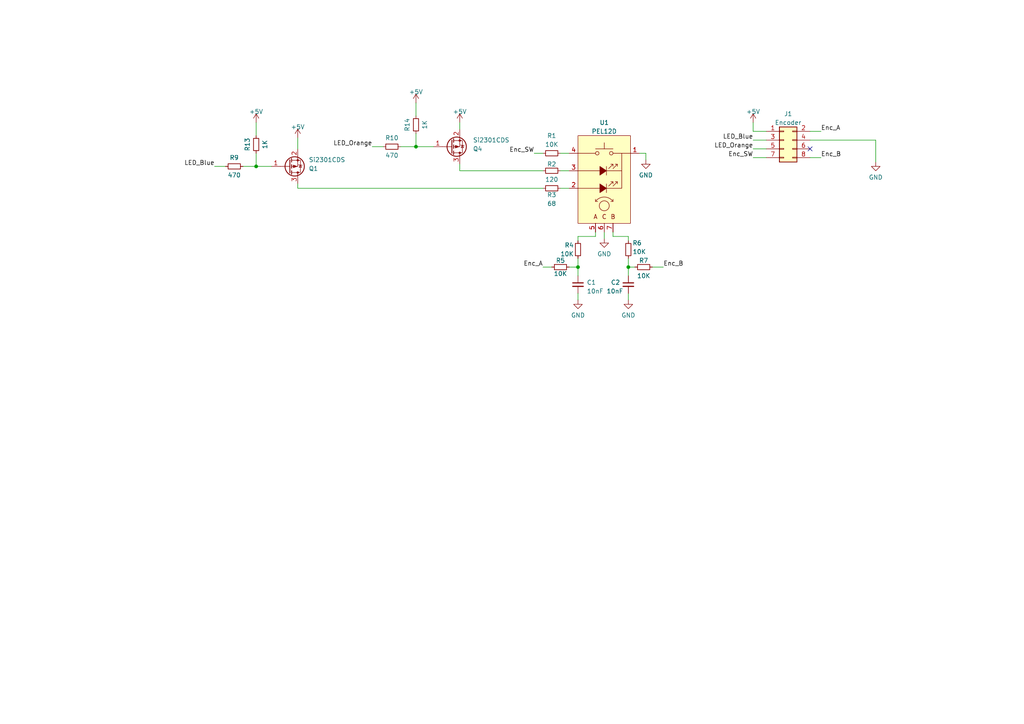
<source format=kicad_sch>
(kicad_sch (version 20230121) (generator eeschema)
  (paper "A4")
  (title_block (title "Solder Plate - Control Board") (rev "A") (comment 1 "TiZed"))
  (lib_symbols
    (symbol "Connector_Generic:Conn_02x04_Odd_Even" (pin_names (offset 1.016) hide)
      (property "Reference" "J" (at 1.27 5.08 0))
      (property "Value" "Conn_02x04_Odd_Even" (at 1.27 -7.62 0))
      (symbol "Conn_02x04_Odd_Even_1_1"
        (rectangle (start -1.27 -4.953) (end 0 -5.207) (stroke (width 0.1524)))
        (rectangle (start -1.27 -2.413) (end 0 -2.667) (stroke (width 0.1524)))
        (rectangle (start -1.27 0.127) (end 0 -0.127) (stroke (width 0.1524)))
        (rectangle (start -1.27 2.667) (end 0 2.413) (stroke (width 0.1524)))
        (rectangle (start -1.27 3.81) (end 3.81 -6.35) (stroke (width 0.254)) (fill (type background)))
        (rectangle (start 3.81 -4.953) (end 2.54 -5.207) (stroke (width 0.1524)))
        (rectangle (start 3.81 -2.413) (end 2.54 -2.667) (stroke (width 0.1524)))
        (rectangle (start 3.81 0.127) (end 2.54 -0.127) (stroke (width 0.1524)))
        (rectangle (start 3.81 2.667) (end 2.54 2.413) (stroke (width 0.1524)))
        (pin passive line (at -5.08 2.54 0) (length 3.81) (name "Pin_1") (number "1"))
        (pin passive line (at 7.62 2.54 180) (length 3.81) (name "Pin_2") (number "2"))
        (pin passive line (at -5.08 0 0) (length 3.81) (name "Pin_3") (number "3"))
        (pin passive line (at 7.62 0 180) (length 3.81) (name "Pin_4") (number "4"))
        (pin passive line (at -5.08 -2.54 0) (length 3.81) (name "Pin_5") (number "5"))
        (pin passive line (at 7.62 -2.54 180) (length 3.81) (name "Pin_6") (number "6"))
        (pin passive line (at -5.08 -5.08 0) (length 3.81) (name "Pin_7") (number "7"))
        (pin passive line (at 7.62 -5.08 180) (length 3.81) (name "Pin_8") (number "8"))
      )
    )
    (symbol "Device:C_Small" (pin_numbers hide) (pin_names (offset 0.254) hide)
      (property "Reference" "C" (at 0.254 1.778 0))
      (property "Value" "C_Small" (at 0.254 -2.032 0))
      (symbol "C_Small_0_1"
        (polyline (pts (xy -1.524 -0.508) (xy 1.524 -0.508)) (stroke (width 0.3302)))
        (polyline (pts (xy -1.524 0.508) (xy 1.524 0.508)) (stroke (width 0.3048)))
      )
      (symbol "C_Small_1_1"
        (pin passive line (at 0 2.54 270) (length 2.032) (name "~") (number "1"))
        (pin passive line (at 0 -2.54 90) (length 2.032) (name "~") (number "2"))
      )
    )
    (symbol "Device:R_Small" (pin_numbers hide) (pin_names (offset 0.254) hide)
      (property "Reference" "R" (at 0.762 0.508 0))
      (property "Value" "R_Small" (at 0.762 -1.016 0))
      (symbol "R_Small_0_1"
        (rectangle (start -0.762 1.778) (end 0.762 -1.778) (stroke (width 0.2032)))
      )
      (symbol "R_Small_1_1"
        (pin passive line (at 0 2.54 270) (length 0.762) (name "~") (number "1"))
        (pin passive line (at 0 -2.54 90) (length 0.762) (name "~") (number "2"))
      )
    )
    (symbol "Rotary_Encoder:PEL12D" (pin_names (offset 1.016) hide)
      (property "Reference" "U" (at -7.62 15.24 0))
      (property "Value" "PEL12D" (at 10.16 -15.24 0))
      (symbol "PEL12D_0_0"
        (polyline (pts (xy 0.635 -3.81) (xy 0.635 -1.27)))
        (polyline (pts (xy 0.635 1.27) (xy 0.635 3.81)))
        (polyline (pts (xy 2.54 -2.54) (xy -2.54 -2.54)))
        (polyline (pts (xy 2.54 -0.635) (xy 1.27 -1.905)))
        (polyline (pts (xy 2.54 2.54) (xy -2.54 2.54)))
        (polyline (pts (xy 2.54 4.445) (xy 1.27 3.175)))
        (polyline (pts (xy 3.81 -0.635) (xy 2.54 -1.905)))
        (polyline (pts (xy 3.81 4.445) (xy 2.54 3.175)))
        (polyline (pts (xy 2.54 -1.27) (xy 2.54 -0.635) (xy 1.905 -0.635)))
        (polyline (pts (xy 2.54 3.81) (xy 2.54 4.445) (xy 1.905 4.445)))
        (polyline (pts (xy 3.81 -1.27) (xy 3.81 -0.635) (xy 3.175 -0.635)))
        (polyline (pts (xy 3.81 3.81) (xy 3.81 4.445) (xy 3.175 4.445)))
        (polyline (pts (xy 0.635 -2.54) (xy -1.27 -3.81) (xy -1.27 -1.27) (xy 0.635 -2.54)) (fill (type outline)))
        (polyline (pts (xy 0.635 2.54) (xy -1.27 1.27) (xy -1.27 3.81) (xy 0.635 2.54)) (fill (type outline)))
      )
      (symbol "PEL12D_0_1"
        (rectangle (start -7.62 12.7) (end 7.62 -12.7) (fill (type background)))
        (circle (center -2.032 7.62) (radius 0.508))
        (circle (center 0 -7.62) (radius 1.448))
        (polyline (pts (xy -7.62 -2.54) (xy -2.54 -2.54)))
        (polyline (pts (xy -7.62 2.54) (xy -2.54 2.54)))
        (polyline (pts (xy -7.62 7.62) (xy -2.54 7.62)))
        (polyline (pts (xy 0 8.89) (xy 0 10.668)))
        (polyline (pts (xy 2.54 8.89) (xy -2.54 8.89)))
        (polyline (pts (xy 5.08 7.62) (xy 7.62 7.62)))
        (polyline (pts (xy -2.54 -5.715) (xy -2.54 -6.35) (xy -1.905 -6.35)))
        (polyline (pts (xy 2.54 -5.715) (xy 2.54 -6.35) (xy 1.905 -6.35)))
        (polyline (pts (xy 5.08 2.54) (xy 5.08 7.62) (xy 2.54 7.62)))
        (polyline (pts (xy 2.54 2.54) (xy 5.08 2.54) (xy 5.08 -2.54) (xy 2.54 -2.54)))
        (circle (center 2.032 7.62) (radius 0.508))
        (arc (start 2.54 -6.35) (mid 0 -5.0767) (end -2.54 -6.35))
        (text "A" (at -2.54 -10.795 0) (effects (font (size 1.27 1.27))))
        (text "B" (at 2.54 -10.795 0) (effects (font (size 1.27 1.27))))
        (text "C" (at 0 -10.795 0) (effects (font (size 1.27 1.27))))
        (pin passive line (at 10.16 7.62 180) (length 2.54) (name "COM") (number "1"))
        (pin passive line (at -10.16 -2.54 0) (length 2.54) (name "A1") (number "2"))
        (pin passive line (at -10.16 2.54 0) (length 2.54) (name "A2") (number "3"))
        (pin passive line (at -10.16 7.62 0) (length 2.54) (name "SW") (number "4"))
      )
      (symbol "PEL12D_1_1"
        (pin passive line (at -2.54 -15.24 90) (length 2.54) (name "A") (number "5"))
        (pin passive line (at 0 -15.24 90) (length 2.54) (name "C") (number "6"))
        (pin passive line (at 2.54 -15.24 90) (length 2.54) (name "B") (number "7"))
      )
    )
    (symbol "Transistor_FET:TSM2301ACX" (pin_names hide)
      (property "Reference" "Q" (at 5.08 1.905 0))
      (property "Value" "TSM2301ACX" (at 5.08 0 0))
      (symbol "TSM2301ACX_0_1"
        (polyline (pts (xy 0.254 0) (xy -2.54 0)))
        (polyline (pts (xy 0.254 1.905) (xy 0.254 -1.905)) (stroke (width 0.254)))
        (polyline (pts (xy 0.762 -1.27) (xy 0.762 -2.286)) (stroke (width 0.254)))
        (polyline (pts (xy 0.762 0.508) (xy 0.762 -0.508)) (stroke (width 0.254)))
        (polyline (pts (xy 0.762 2.286) (xy 0.762 1.27)) (stroke (width 0.254)))
        (polyline (pts (xy 2.54 2.54) (xy 2.54 1.778)))
        (polyline (pts (xy 2.54 -2.54) (xy 2.54 0) (xy 0.762 0)))
        (polyline (pts (xy 0.762 1.778) (xy 3.302 1.778) (xy 3.302 -1.778) (xy 0.762 -1.778)))
        (polyline (pts (xy 2.286 0) (xy 1.27 0.381) (xy 1.27 -0.381) (xy 2.286 0)) (fill (type outline)))
        (polyline (pts (xy 2.794 -0.508) (xy 2.921 -0.381) (xy 3.683 -0.381) (xy 3.81 -0.254)))
        (polyline (pts (xy 3.302 -0.381) (xy 2.921 0.254) (xy 3.683 0.254) (xy 3.302 -0.381)))
        (circle (center 1.651 0) (radius 2.794) (stroke (width 0.254)))
        (circle (center 2.54 -1.778) (radius 0.254) (fill (type outline)))
        (circle (center 2.54 1.778) (radius 0.254) (fill (type outline)))
      )
      (symbol "TSM2301ACX_1_1"
        (pin input line (at -5.08 0 0) (length 2.54) (name "G") (number "1"))
        (pin passive line (at 2.54 -5.08 90) (length 2.54) (name "S") (number "2"))
        (pin passive line (at 2.54 5.08 270) (length 2.54) (name "D") (number "3"))
      )
    )
    (symbol "power:+5V" (power) (pin_names (offset 0))
      (property "Value" "+5V" (at 0 3.556 0))
      (symbol "+5V_0_1"
        (polyline (pts (xy -0.762 1.27) (xy 0 2.54)))
        (polyline (pts (xy 0 0) (xy 0 2.54)))
        (polyline (pts (xy 0 2.54) (xy 0.762 1.27)))
      )
      (symbol "+5V_1_1"
        (pin power_in line (at 0 0 90) (length 0) hide (name "+5V") (number "1"))
      )
    )
    (symbol "power:GND" (power) (pin_names (offset 0))
      (property "Value" "GND" (at 0 -3.81 0))
      (symbol "GND_0_1"
        (polyline (pts (xy 0 0) (xy 0 -1.27) (xy 1.27 -1.27) (xy 0 -2.54) (xy -1.27 -1.27) (xy 0 -1.27)))
      )
      (symbol "GND_1_1"
        (pin power_in line (at 0 0 270) (length 0) hide (name "GND") (number "1"))
      )
    )
  )
  (junction (at 167.64 77.47))
  (junction (at 182.245 77.47))
  (junction (at 74.295 48.26))
  (junction (at 120.65 42.545))
  (no_connect (at 234.95 43.18))
  (wire (pts (xy 182.245 85.09) (xy 182.245 86.995)))
  (wire (pts (xy 120.65 29.845) (xy 120.65 33.655)))
  (wire (pts (xy 167.64 68.58) (xy 172.72 68.58)))
  (wire (pts (xy 116.205 42.545) (xy 120.65 42.545)))
  (wire (pts (xy 133.35 35.56) (xy 133.35 37.465)))
  (wire (pts (xy 177.8 67.31) (xy 177.8 68.58)))
  (wire (pts (xy 234.95 45.72) (xy 238.125 45.72)))
  (wire (pts (xy 86.36 54.61) (xy 86.36 53.34)))
  (wire (pts (xy 62.23 48.26) (xy 65.405 48.26)))
  (wire (pts (xy 187.325 44.45) (xy 187.325 46.355)))
  (wire (pts (xy 254 40.64) (xy 254 46.99)))
  (wire (pts (xy 154.94 44.45) (xy 157.48 44.45)))
  (wire (pts (xy 133.35 49.53) (xy 133.35 47.625)))
  (wire (pts (xy 167.64 85.09) (xy 167.64 86.995)))
  (wire (pts (xy 120.65 38.735) (xy 120.65 42.545)))
  (wire (pts (xy 157.48 49.53) (xy 133.35 49.53)))
  (wire (pts (xy 182.245 68.58) (xy 177.8 68.58)))
  (wire (pts (xy 218.44 40.64) (xy 222.25 40.64)))
  (wire (pts (xy 234.95 40.64) (xy 254 40.64)))
  (wire (pts (xy 234.95 38.1) (xy 238.125 38.1)))
  (wire (pts (xy 218.44 35.56) (xy 218.44 38.1)))
  (wire (pts (xy 157.48 77.47) (xy 160.02 77.47)))
  (wire (pts (xy 182.245 77.47) (xy 182.245 80.01)))
  (wire (pts (xy 86.36 40.005) (xy 86.36 43.18)))
  (wire (pts (xy 182.245 77.47) (xy 184.15 77.47)))
  (wire (pts (xy 74.295 48.26) (xy 78.74 48.26)))
  (wire (pts (xy 162.56 54.61) (xy 165.1 54.61)))
  (wire (pts (xy 189.23 77.47) (xy 192.405 77.47)))
  (wire (pts (xy 218.44 38.1) (xy 222.25 38.1)))
  (wire (pts (xy 157.48 54.61) (xy 86.36 54.61)))
  (wire (pts (xy 167.64 69.85) (xy 167.64 68.58)))
  (wire (pts (xy 185.42 44.45) (xy 187.325 44.45)))
  (wire (pts (xy 175.26 67.31) (xy 175.26 69.215)))
  (wire (pts (xy 167.64 74.93) (xy 167.64 77.47)))
  (wire (pts (xy 74.295 44.45) (xy 74.295 48.26)))
  (wire (pts (xy 162.56 44.45) (xy 165.1 44.45)))
  (wire (pts (xy 182.245 69.85) (xy 182.245 68.58)))
  (wire (pts (xy 182.245 74.93) (xy 182.245 77.47)))
  (wire (pts (xy 165.1 77.47) (xy 167.64 77.47)))
  (wire (pts (xy 218.44 43.18) (xy 222.25 43.18)))
  (wire (pts (xy 107.95 42.545) (xy 111.125 42.545)))
  (wire (pts (xy 74.295 35.56) (xy 74.295 39.37)))
  (wire (pts (xy 218.44 45.72) (xy 222.25 45.72)))
  (wire (pts (xy 162.56 49.53) (xy 165.1 49.53)))
  (wire (pts (xy 167.64 77.47) (xy 167.64 80.01)))
  (wire (pts (xy 172.72 68.58) (xy 172.72 67.31)))
  (wire (pts (xy 70.485 48.26) (xy 74.295 48.26)))
  (wire (pts (xy 120.65 42.545) (xy 125.73 42.545)))
  (label "LED_Orange" (at 107.95 42.545 180))
  (label "Enc_A" (at 157.48 77.47 180))
  (label "LED_Blue" (at 62.23 48.26 180))
  (label "Enc_SW" (at 218.44 45.72 180))
  (label "Enc_B" (at 238.125 45.72 0))
  (label "Enc_SW" (at 154.94 44.45 180))
  (label "LED_Blue" (at 218.44 40.64 180))
  (label "Enc_B" (at 192.405 77.47 0))
  (label "Enc_A" (at 238.125 38.1 0))
  (label "LED_Orange" (at 218.44 43.18 180))
  (symbol (lib_id "Connector_Generic:Conn_02x04_Odd_Even") (at 227.33 40.64 0) (unit 1)
    (property "Reference" "J1" (at 228.6 33.02 0))
    (property "Value" "Encoder" (at 228.6 35.56 0))
    (property "Footprint" "Connector_PinHeader_2.54mm:PinHeader_2x04_P2.54mm_Vertical" (effects hide))
  )
  (symbol (lib_id "Device:C_Small") (at 167.64 82.55 0) (unit 1)
    (property "Reference" "C1" (at 170.18 81.9213 0) (effects (justify left)))
    (property "Value" "10nF" (at 170.18 84.4613 0) (effects (justify left)))
    (property "Footprint" "Capacitor_SMD:C_0603_1608Metric" (effects hide))
  )
  (symbol (lib_id "Device:R_Small") (at 160.02 44.45 90) (unit 1)
    (property "Reference" "R1" (at 160.02 39.37 90))
    (property "Value" "10K" (at 160.02 41.91 90))
    (property "Footprint" "Resistor_SMD:R_0603_1608Metric" (effects hide))
  )
  (symbol (lib_id "Device:R_Small") (at 160.02 49.53 90) (unit 1)
    (property "Reference" "R2" (at 160.02 47.625 90))
    (property "Value" "120" (at 160.02 52.07 90))
    (property "Footprint" "Resistor_SMD:R_0603_1608Metric" (effects hide))
  )
  (symbol (lib_id "Transistor_FET:TSM2301ACX") (at 130.81 42.545 0) (mirror x) (unit 1)
    (property "Reference" "Q4" (at 137.16 43.18 0) (effects (justify left)))
    (property "Value" "Si2301CDS" (at 137.16 40.64 0) (effects (justify left)))
    (property "Footprint" "Package_TO_SOT_SMD:SOT-23" (effects hide))
    (property "Datasheet" "https://www.taiwansemi.com/products/datasheet/TSM2301A_C15.pdf" (effects hide))
  )
  (symbol (lib_id "power:+5V") (at 74.295 35.56 0) (unit 1)
    (property "Reference" "#PWR015" (effects hide))
    (property "Value" "+5V" (at 74.295 32.385 0))
  )
  (symbol (lib_id "Device:R_Small") (at 67.945 48.26 90) (unit 1)
    (property "Reference" "R9" (at 67.945 45.72 90))
    (property "Value" "470" (at 67.945 50.8 90))
    (property "Footprint" "Resistor_SMD:R_0603_1608Metric" (effects hide))
  )
  (symbol (lib_id "power:+5V") (at 120.65 29.845 0) (unit 1)
    (property "Reference" "#PWR016" (effects hide))
    (property "Value" "+5V" (at 120.65 26.67 0))
  )
  (symbol (lib_id "power:GND") (at 254 46.99 0) (unit 1)
    (property "Reference" "#PWR09" (effects hide))
    (property "Value" "GND" (at 254 51.435 0))
  )
  (symbol (lib_id "power:GND") (at 187.325 46.355 0) (unit 1)
    (property "Reference" "#PWR01" (effects hide))
    (property "Value" "GND" (at 187.325 50.8 0))
  )
  (symbol (lib_id "power:+5V") (at 218.44 35.56 0) (unit 1)
    (property "Reference" "#PWR07" (effects hide))
    (property "Value" "+5V" (at 218.44 32.385 0))
  )
  (symbol (lib_id "power:GND") (at 182.245 86.995 0) (unit 1)
    (property "Reference" "#PWR06" (effects hide))
    (property "Value" "GND" (at 182.245 91.44 0))
  )
  (symbol (lib_id "Device:R_Small") (at 74.295 41.91 180) (unit 1)
    (property "Reference" "R13" (at 71.755 41.91 90))
    (property "Value" "1K" (at 76.835 41.91 90))
    (property "Footprint" "Resistor_SMD:R_0603_1608Metric" (effects hide))
  )
  (symbol (lib_id "Device:R_Small") (at 160.02 54.61 90) (unit 1)
    (property "Reference" "R3" (at 160.02 56.515 90))
    (property "Value" "68" (at 160.02 59.055 90))
    (property "Footprint" "Resistor_SMD:R_0603_1608Metric" (effects hide))
  )
  (symbol (lib_id "power:GND") (at 167.64 86.995 0) (unit 1)
    (property "Reference" "#PWR05" (effects hide))
    (property "Value" "GND" (at 167.64 91.44 0))
  )
  (symbol (lib_id "Device:R_Small") (at 167.64 72.39 0) (unit 1)
    (property "Reference" "R4" (at 165.1 71.12 0))
    (property "Value" "10K" (at 164.465 73.66 0))
    (property "Footprint" "Resistor_SMD:R_0603_1608Metric" (effects hide))
  )
  (symbol (lib_id "power:GND") (at 175.26 69.215 0) (unit 1)
    (property "Reference" "#PWR04" (effects hide))
    (property "Value" "GND" (at 175.26 73.66 0))
  )
  (symbol (lib_id "Device:R_Small") (at 162.56 77.47 90) (unit 1)
    (property "Reference" "R5" (at 162.56 75.565 90))
    (property "Value" "10K" (at 162.56 79.375 90))
    (property "Footprint" "Resistor_SMD:R_0603_1608Metric" (effects hide))
  )
  (symbol (lib_id "Device:R_Small") (at 120.65 36.195 180) (unit 1)
    (property "Reference" "R14" (at 118.11 36.195 90))
    (property "Value" "1K" (at 123.19 36.195 90))
    (property "Footprint" "Resistor_SMD:R_0603_1608Metric" (effects hide))
  )
  (symbol (lib_id "Rotary_Encoder:PEL12D") (at 175.26 52.07 0) (unit 1)
    (property "Reference" "U1" (at 175.26 35.56 0))
    (property "Value" "PEL12D" (at 175.26 38.1 0))
    (property "Footprint" "Rotary_Encoder:RotaryEncoder_Bourns_Vertical_PEL12D-2xxxX-Sxxxx" (effects hide))
    (property "Datasheet" "https://www.bourns.com/docs/product-datasheets/PEL12D.pdf" (effects hide))
  )
  (symbol (lib_id "Device:R_Small") (at 113.665 42.545 90) (unit 1)
    (property "Reference" "R10" (at 113.665 40.005 90))
    (property "Value" "470" (at 113.665 45.085 90))
    (property "Footprint" "Resistor_SMD:R_0603_1608Metric" (effects hide))
  )
  (symbol (lib_id "power:+5V") (at 133.35 35.56 0) (unit 1)
    (property "Reference" "#PWR02" (effects hide))
    (property "Value" "+5V" (at 133.35 32.385 0))
  )
  (symbol (lib_id "Device:R_Small") (at 186.69 77.47 90) (unit 1)
    (property "Reference" "R7" (at 186.69 75.565 90))
    (property "Value" "10K" (at 186.69 80.01 90))
    (property "Footprint" "Resistor_SMD:R_0603_1608Metric" (effects hide))
  )
  (symbol (lib_id "power:+5V") (at 86.36 40.005 0) (unit 1)
    (property "Reference" "#PWR03" (effects hide))
    (property "Value" "+5V" (at 86.36 36.83 0))
  )
  (symbol (lib_id "Device:R_Small") (at 182.245 72.39 180) (unit 1)
    (property "Reference" "R6" (at 184.785 70.485 0))
    (property "Value" "10K" (at 185.42 73.025 0))
    (property "Footprint" "Resistor_SMD:R_0603_1608Metric" (effects hide))
  )
  (symbol (lib_id "Transistor_FET:TSM2301ACX") (at 83.82 48.26 0) (mirror x) (unit 1)
    (property "Reference" "Q1" (at 89.535 48.895 0) (effects (justify left)))
    (property "Value" "Si2301CDS" (at 89.535 46.355 0) (effects (justify left)))
    (property "Footprint" "Package_TO_SOT_SMD:SOT-23" (effects hide))
    (property "Datasheet" "https://www.taiwansemi.com/products/datasheet/TSM2301A_C15.pdf" (effects hide))
  )
  (symbol (lib_id "Device:C_Small") (at 182.245 82.55 0) (unit 1)
    (property "Reference" "C2" (at 177.165 81.915 0) (effects (justify left)))
    (property "Value" "10nF" (at 175.895 84.455 0) (effects (justify left)))
    (property "Footprint" "Capacitor_SMD:C_0603_1608Metric" (effects hide))
  )
)
</source>
